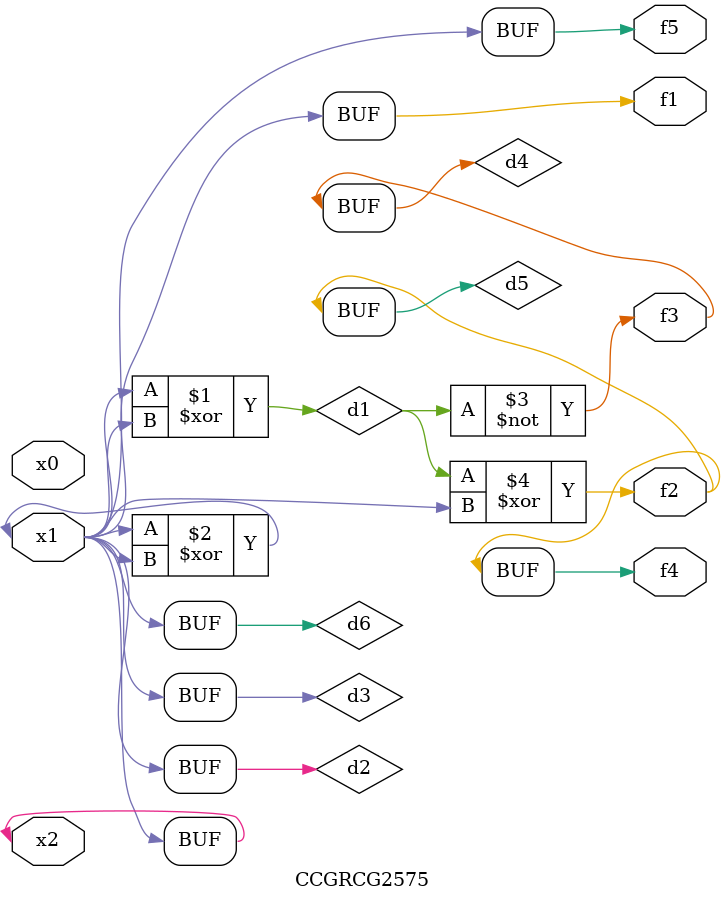
<source format=v>
module CCGRCG2575(
	input x0, x1, x2,
	output f1, f2, f3, f4, f5
);

	wire d1, d2, d3, d4, d5, d6;

	xor (d1, x1, x2);
	buf (d2, x1, x2);
	xor (d3, x1, x2);
	nor (d4, d1);
	xor (d5, d1, d2);
	buf (d6, d2, d3);
	assign f1 = d6;
	assign f2 = d5;
	assign f3 = d4;
	assign f4 = d5;
	assign f5 = d6;
endmodule

</source>
